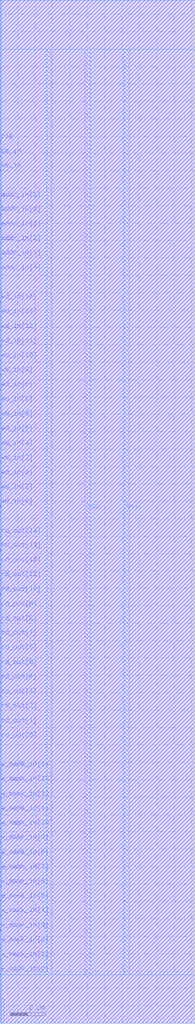
<source format=lef>
VERSION 5.7 ;
BUSBITCHARS "[]" ;
MACRO fakeram45_64x15_bottom
  FOREIGN fakeram45_64x15_bottom 0 0 ;
  SYMMETRY X Y R90 ;
  SIZE 0.19 BY 1.4 ;
  CLASS BLOCK ;
  PIN w_mask_in[0]
    DIRECTION INPUT ;
    USE SIGNAL ;
    SHAPE ABUTMENT ;
    PORT
      LAYER metal3 ;
      RECT 0.000 2.800 0.070 2.870 ;
    END
  END w_mask_in[0]
  PIN w_mask_in[1]
    DIRECTION INPUT ;
    USE SIGNAL ;
    SHAPE ABUTMENT ;
    PORT
      LAYER metal3 ;
      RECT 0.000 3.640 0.070 3.710 ;
    END
  END w_mask_in[1]
  PIN w_mask_in[2]
    DIRECTION INPUT ;
    USE SIGNAL ;
    SHAPE ABUTMENT ;
    PORT
      LAYER metal3 ;
      RECT 0.000 4.480 0.070 4.550 ;
    END
  END w_mask_in[2]
  PIN w_mask_in[3]
    DIRECTION INPUT ;
    USE SIGNAL ;
    SHAPE ABUTMENT ;
    PORT
      LAYER metal3 ;
      RECT 0.000 5.320 0.070 5.390 ;
    END
  END w_mask_in[3]
  PIN w_mask_in[4]
    DIRECTION INPUT ;
    USE SIGNAL ;
    SHAPE ABUTMENT ;
    PORT
      LAYER metal3 ;
      RECT 0.000 6.160 0.070 6.230 ;
    END
  END w_mask_in[4]
  PIN w_mask_in[5]
    DIRECTION INPUT ;
    USE SIGNAL ;
    SHAPE ABUTMENT ;
    PORT
      LAYER metal3 ;
      RECT 0.000 7.000 0.070 7.070 ;
    END
  END w_mask_in[5]
  PIN w_mask_in[6]
    DIRECTION INPUT ;
    USE SIGNAL ;
    SHAPE ABUTMENT ;
    PORT
      LAYER metal3 ;
      RECT 0.000 7.840 0.070 7.910 ;
    END
  END w_mask_in[6]
  PIN w_mask_in[7]
    DIRECTION INPUT ;
    USE SIGNAL ;
    SHAPE ABUTMENT ;
    PORT
      LAYER metal3 ;
      RECT 0.000 8.680 0.070 8.750 ;
    END
  END w_mask_in[7]
  PIN w_mask_in[8]
    DIRECTION INPUT ;
    USE SIGNAL ;
    SHAPE ABUTMENT ;
    PORT
      LAYER metal3 ;
      RECT 0.000 9.520 0.070 9.590 ;
    END
  END w_mask_in[8]
  PIN w_mask_in[9]
    DIRECTION INPUT ;
    USE SIGNAL ;
    SHAPE ABUTMENT ;
    PORT
      LAYER metal3 ;
      RECT 0.000 10.360 0.070 10.430 ;
    END
  END w_mask_in[9]
  PIN w_mask_in[10]
    DIRECTION INPUT ;
    USE SIGNAL ;
    SHAPE ABUTMENT ;
    PORT
      LAYER metal3 ;
      RECT 0.000 11.200 0.070 11.270 ;
    END
  END w_mask_in[10]
  PIN w_mask_in[11]
    DIRECTION INPUT ;
    USE SIGNAL ;
    SHAPE ABUTMENT ;
    PORT
      LAYER metal3 ;
      RECT 0.000 12.040 0.070 12.110 ;
    END
  END w_mask_in[11]
  PIN w_mask_in[12]
    DIRECTION INPUT ;
    USE SIGNAL ;
    SHAPE ABUTMENT ;
    PORT
      LAYER metal3 ;
      RECT 0.000 12.880 0.070 12.950 ;
    END
  END w_mask_in[12]
  PIN w_mask_in[13]
    DIRECTION INPUT ;
    USE SIGNAL ;
    SHAPE ABUTMENT ;
    PORT
      LAYER metal3 ;
      RECT 0.000 13.720 0.070 13.790 ;
    END
  END w_mask_in[13]
  PIN w_mask_in[14]
    DIRECTION INPUT ;
    USE SIGNAL ;
    SHAPE ABUTMENT ;
    PORT
      LAYER metal3 ;
      RECT 0.000 14.560 0.070 14.630 ;
    END
  END w_mask_in[14]
  PIN rd_out[0]
    DIRECTION OUTPUT ;
    USE SIGNAL ;
    SHAPE ABUTMENT ;
    PORT
      LAYER metal3 ;
      RECT 0.000 16.240 0.070 16.310 ;
    END
  END rd_out[0]
  PIN rd_out[1]
    DIRECTION OUTPUT ;
    USE SIGNAL ;
    SHAPE ABUTMENT ;
    PORT
      LAYER metal3 ;
      RECT 0.000 17.080 0.070 17.150 ;
    END
  END rd_out[1]
  PIN rd_out[2]
    DIRECTION OUTPUT ;
    USE SIGNAL ;
    SHAPE ABUTMENT ;
    PORT
      LAYER metal3 ;
      RECT 0.000 17.920 0.070 17.990 ;
    END
  END rd_out[2]
  PIN rd_out[3]
    DIRECTION OUTPUT ;
    USE SIGNAL ;
    SHAPE ABUTMENT ;
    PORT
      LAYER metal3 ;
      RECT 0.000 18.760 0.070 18.830 ;
    END
  END rd_out[3]
  PIN rd_out[4]
    DIRECTION OUTPUT ;
    USE SIGNAL ;
    SHAPE ABUTMENT ;
    PORT
      LAYER metal3 ;
      RECT 0.000 19.600 0.070 19.670 ;
    END
  END rd_out[4]
  PIN rd_out[5]
    DIRECTION OUTPUT ;
    USE SIGNAL ;
    SHAPE ABUTMENT ;
    PORT
      LAYER metal3 ;
      RECT 0.000 20.440 0.070 20.510 ;
    END
  END rd_out[5]
  PIN rd_out[6]
    DIRECTION OUTPUT ;
    USE SIGNAL ;
    SHAPE ABUTMENT ;
    PORT
      LAYER metal3 ;
      RECT 0.000 21.280 0.070 21.350 ;
    END
  END rd_out[6]
  PIN rd_out[7]
    DIRECTION OUTPUT ;
    USE SIGNAL ;
    SHAPE ABUTMENT ;
    PORT
      LAYER metal3 ;
      RECT 0.000 22.120 0.070 22.190 ;
    END
  END rd_out[7]
  PIN rd_out[8]
    DIRECTION OUTPUT ;
    USE SIGNAL ;
    SHAPE ABUTMENT ;
    PORT
      LAYER metal3 ;
      RECT 0.000 22.960 0.070 23.030 ;
    END
  END rd_out[8]
  PIN rd_out[9]
    DIRECTION OUTPUT ;
    USE SIGNAL ;
    SHAPE ABUTMENT ;
    PORT
      LAYER metal3 ;
      RECT 0.000 23.800 0.070 23.870 ;
    END
  END rd_out[9]
  PIN rd_out[10]
    DIRECTION OUTPUT ;
    USE SIGNAL ;
    SHAPE ABUTMENT ;
    PORT
      LAYER metal3 ;
      RECT 0.000 24.640 0.070 24.710 ;
    END
  END rd_out[10]
  PIN rd_out[11]
    DIRECTION OUTPUT ;
    USE SIGNAL ;
    SHAPE ABUTMENT ;
    PORT
      LAYER metal3 ;
      RECT 0.000 25.480 0.070 25.550 ;
    END
  END rd_out[11]
  PIN rd_out[12]
    DIRECTION OUTPUT ;
    USE SIGNAL ;
    SHAPE ABUTMENT ;
    PORT
      LAYER metal3 ;
      RECT 0.000 26.320 0.070 26.390 ;
    END
  END rd_out[12]
  PIN rd_out[13]
    DIRECTION OUTPUT ;
    USE SIGNAL ;
    SHAPE ABUTMENT ;
    PORT
      LAYER metal3 ;
      RECT 0.000 27.160 0.070 27.230 ;
    END
  END rd_out[13]
  PIN rd_out[14]
    DIRECTION OUTPUT ;
    USE SIGNAL ;
    SHAPE ABUTMENT ;
    PORT
      LAYER metal3 ;
      RECT 0.000 28.000 0.070 28.070 ;
    END
  END rd_out[14]
  PIN wd_in[0]
    DIRECTION INPUT ;
    USE SIGNAL ;
    SHAPE ABUTMENT ;
    PORT
      LAYER metal3 ;
      RECT 0.000 29.680 0.070 29.750 ;
    END
  END wd_in[0]
  PIN wd_in[1]
    DIRECTION INPUT ;
    USE SIGNAL ;
    SHAPE ABUTMENT ;
    PORT
      LAYER metal3 ;
      RECT 0.000 30.520 0.070 30.590 ;
    END
  END wd_in[1]
  PIN wd_in[2]
    DIRECTION INPUT ;
    USE SIGNAL ;
    SHAPE ABUTMENT ;
    PORT
      LAYER metal3 ;
      RECT 0.000 31.360 0.070 31.430 ;
    END
  END wd_in[2]
  PIN wd_in[3]
    DIRECTION INPUT ;
    USE SIGNAL ;
    SHAPE ABUTMENT ;
    PORT
      LAYER metal3 ;
      RECT 0.000 32.200 0.070 32.270 ;
    END
  END wd_in[3]
  PIN wd_in[4]
    DIRECTION INPUT ;
    USE SIGNAL ;
    SHAPE ABUTMENT ;
    PORT
      LAYER metal3 ;
      RECT 0.000 33.040 0.070 33.110 ;
    END
  END wd_in[4]
  PIN wd_in[5]
    DIRECTION INPUT ;
    USE SIGNAL ;
    SHAPE ABUTMENT ;
    PORT
      LAYER metal3 ;
      RECT 0.000 33.880 0.070 33.950 ;
    END
  END wd_in[5]
  PIN wd_in[6]
    DIRECTION INPUT ;
    USE SIGNAL ;
    SHAPE ABUTMENT ;
    PORT
      LAYER metal3 ;
      RECT 0.000 34.720 0.070 34.790 ;
    END
  END wd_in[6]
  PIN wd_in[7]
    DIRECTION INPUT ;
    USE SIGNAL ;
    SHAPE ABUTMENT ;
    PORT
      LAYER metal3 ;
      RECT 0.000 35.560 0.070 35.630 ;
    END
  END wd_in[7]
  PIN wd_in[8]
    DIRECTION INPUT ;
    USE SIGNAL ;
    SHAPE ABUTMENT ;
    PORT
      LAYER metal3 ;
      RECT 0.000 36.400 0.070 36.470 ;
    END
  END wd_in[8]
  PIN wd_in[9]
    DIRECTION INPUT ;
    USE SIGNAL ;
    SHAPE ABUTMENT ;
    PORT
      LAYER metal3 ;
      RECT 0.000 37.240 0.070 37.310 ;
    END
  END wd_in[9]
  PIN wd_in[10]
    DIRECTION INPUT ;
    USE SIGNAL ;
    SHAPE ABUTMENT ;
    PORT
      LAYER metal3 ;
      RECT 0.000 38.080 0.070 38.150 ;
    END
  END wd_in[10]
  PIN wd_in[11]
    DIRECTION INPUT ;
    USE SIGNAL ;
    SHAPE ABUTMENT ;
    PORT
      LAYER metal3 ;
      RECT 0.000 38.920 0.070 38.990 ;
    END
  END wd_in[11]
  PIN wd_in[12]
    DIRECTION INPUT ;
    USE SIGNAL ;
    SHAPE ABUTMENT ;
    PORT
      LAYER metal3 ;
      RECT 0.000 39.760 0.070 39.830 ;
    END
  END wd_in[12]
  PIN wd_in[13]
    DIRECTION INPUT ;
    USE SIGNAL ;
    SHAPE ABUTMENT ;
    PORT
      LAYER metal3 ;
      RECT 0.000 40.600 0.070 40.670 ;
    END
  END wd_in[13]
  PIN wd_in[14]
    DIRECTION INPUT ;
    USE SIGNAL ;
    SHAPE ABUTMENT ;
    PORT
      LAYER metal3 ;
      RECT 0.000 41.440 0.070 41.510 ;
    END
  END wd_in[14]
  PIN addr_in[0]
    DIRECTION INPUT ;
    USE SIGNAL ;
    SHAPE ABUTMENT ;
    PORT
      LAYER metal3 ;
      RECT 0.000 43.120 0.070 43.190 ;
    END
  END addr_in[0]
  PIN addr_in[1]
    DIRECTION INPUT ;
    USE SIGNAL ;
    SHAPE ABUTMENT ;
    PORT
      LAYER metal3 ;
      RECT 0.000 43.960 0.070 44.030 ;
    END
  END addr_in[1]
  PIN addr_in[2]
    DIRECTION INPUT ;
    USE SIGNAL ;
    SHAPE ABUTMENT ;
    PORT
      LAYER metal3 ;
      RECT 0.000 44.800 0.070 44.870 ;
    END
  END addr_in[2]
  PIN addr_in[3]
    DIRECTION INPUT ;
    USE SIGNAL ;
    SHAPE ABUTMENT ;
    PORT
      LAYER metal3 ;
      RECT 0.000 45.640 0.070 45.710 ;
    END
  END addr_in[3]
  PIN addr_in[4]
    DIRECTION INPUT ;
    USE SIGNAL ;
    SHAPE ABUTMENT ;
    PORT
      LAYER metal3 ;
      RECT 0.000 46.480 0.070 46.550 ;
    END
  END addr_in[4]
  PIN addr_in[5]
    DIRECTION INPUT ;
    USE SIGNAL ;
    SHAPE ABUTMENT ;
    PORT
      LAYER metal3 ;
      RECT 0.000 47.320 0.070 47.390 ;
    END
  END addr_in[5]
  PIN we_in
    DIRECTION INPUT ;
    USE SIGNAL ;
    SHAPE ABUTMENT ;
    PORT
      LAYER metal3 ;
      RECT 0.000 49.000 0.070 49.070 ;
    END
  END we_in
  PIN ce_in
    DIRECTION INPUT ;
    USE SIGNAL ;
    SHAPE ABUTMENT ;
    PORT
      LAYER metal3 ;
      RECT 0.000 49.840 0.070 49.910 ;
    END
  END ce_in
  PIN clk
    DIRECTION INPUT ;
    USE SIGNAL ;
    SHAPE ABUTMENT ;
    PORT
      LAYER metal3 ;
      RECT 0.000 50.680 0.070 50.750 ;
    END
  END clk
  PIN VSS
    DIRECTION INOUT ;
    USE GROUND ;
    PORT
      LAYER metal4 ;
      RECT 2.660 2.800 2.940 56.000 ;
      RECT 7.140 2.800 7.420 56.000 ;
    END
  END VSS
  PIN VDD
    DIRECTION INOUT ;
    USE POWER ;
    PORT
      LAYER metal4 ;
      RECT 4.900 2.800 5.180 56.000 ;
    END
  END VDD
  OBS
    LAYER metal1 ;
    RECT 0 0 11.210 58.800 ;
    LAYER metal2 ;
    RECT 0 0 11.210 58.800 ;
    LAYER metal3 ;
    RECT 0.070 0 11.210 58.800 ;
    RECT 0 0.000 0.070 2.800 ;
    RECT 0 2.870 0.070 3.640 ;
    RECT 0 3.710 0.070 4.480 ;
    RECT 0 4.550 0.070 5.320 ;
    RECT 0 5.390 0.070 6.160 ;
    RECT 0 6.230 0.070 7.000 ;
    RECT 0 7.070 0.070 7.840 ;
    RECT 0 7.910 0.070 8.680 ;
    RECT 0 8.750 0.070 9.520 ;
    RECT 0 9.590 0.070 10.360 ;
    RECT 0 10.430 0.070 11.200 ;
    RECT 0 11.270 0.070 12.040 ;
    RECT 0 12.110 0.070 12.880 ;
    RECT 0 12.950 0.070 13.720 ;
    RECT 0 13.790 0.070 14.560 ;
    RECT 0 14.630 0.070 16.240 ;
    RECT 0 16.310 0.070 17.080 ;
    RECT 0 17.150 0.070 17.920 ;
    RECT 0 17.990 0.070 18.760 ;
    RECT 0 18.830 0.070 19.600 ;
    RECT 0 19.670 0.070 20.440 ;
    RECT 0 20.510 0.070 21.280 ;
    RECT 0 21.350 0.070 22.120 ;
    RECT 0 22.190 0.070 22.960 ;
    RECT 0 23.030 0.070 23.800 ;
    RECT 0 23.870 0.070 24.640 ;
    RECT 0 24.710 0.070 25.480 ;
    RECT 0 25.550 0.070 26.320 ;
    RECT 0 26.390 0.070 27.160 ;
    RECT 0 27.230 0.070 28.000 ;
    RECT 0 28.070 0.070 29.680 ;
    RECT 0 29.750 0.070 30.520 ;
    RECT 0 30.590 0.070 31.360 ;
    RECT 0 31.430 0.070 32.200 ;
    RECT 0 32.270 0.070 33.040 ;
    RECT 0 33.110 0.070 33.880 ;
    RECT 0 33.950 0.070 34.720 ;
    RECT 0 34.790 0.070 35.560 ;
    RECT 0 35.630 0.070 36.400 ;
    RECT 0 36.470 0.070 37.240 ;
    RECT 0 37.310 0.070 38.080 ;
    RECT 0 38.150 0.070 38.920 ;
    RECT 0 38.990 0.070 39.760 ;
    RECT 0 39.830 0.070 40.600 ;
    RECT 0 40.670 0.070 41.440 ;
    RECT 0 41.510 0.070 43.120 ;
    RECT 0 43.190 0.070 43.960 ;
    RECT 0 44.030 0.070 44.800 ;
    RECT 0 44.870 0.070 45.640 ;
    RECT 0 45.710 0.070 46.480 ;
    RECT 0 46.550 0.070 47.320 ;
    RECT 0 47.390 0.070 49.000 ;
    RECT 0 49.070 0.070 49.840 ;
    RECT 0 49.910 0.070 50.680 ;
    RECT 0 50.750 0.070 58.800 ;
    LAYER metal4 ;
    RECT 0 0 11.210 2.800 ;
    RECT 0 56.000 11.210 58.800 ;
    RECT 0.000 2.800 2.660 56.000 ;
    RECT 2.940 2.800 4.900 56.000 ;
    RECT 5.180 2.800 7.140 56.000 ;
    RECT 7.420 2.800 11.210 56.000 ;
  END
END fakeram45_64x15_bottom

END LIBRARY

</source>
